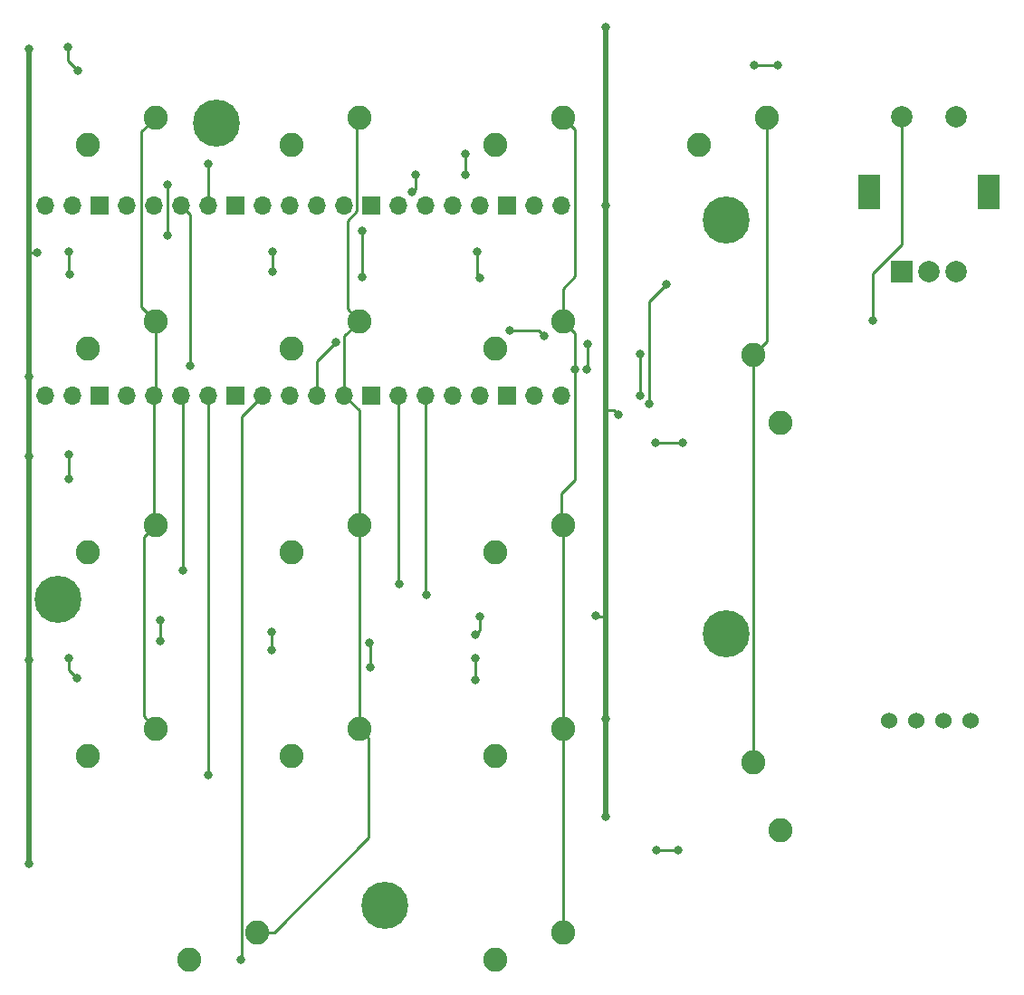
<source format=gtl>
G04 #@! TF.GenerationSoftware,KiCad,Pcbnew,(5.1.10)-1*
G04 #@! TF.CreationDate,2022-11-02T19:01:58+01:00*
G04 #@! TF.ProjectId,keyboard,6b657962-6f61-4726-942e-6b696361645f,rev?*
G04 #@! TF.SameCoordinates,Original*
G04 #@! TF.FileFunction,Copper,L1,Top*
G04 #@! TF.FilePolarity,Positive*
%FSLAX46Y46*%
G04 Gerber Fmt 4.6, Leading zero omitted, Abs format (unit mm)*
G04 Created by KiCad (PCBNEW (5.1.10)-1) date 2022-11-02 19:01:58*
%MOMM*%
%LPD*%
G01*
G04 APERTURE LIST*
G04 #@! TA.AperFunction,ComponentPad*
%ADD10C,4.400000*%
G04 #@! TD*
G04 #@! TA.AperFunction,ComponentPad*
%ADD11C,0.700000*%
G04 #@! TD*
G04 #@! TA.AperFunction,ComponentPad*
%ADD12C,1.524000*%
G04 #@! TD*
G04 #@! TA.AperFunction,ComponentPad*
%ADD13R,2.000000X2.000000*%
G04 #@! TD*
G04 #@! TA.AperFunction,ComponentPad*
%ADD14C,2.000000*%
G04 #@! TD*
G04 #@! TA.AperFunction,ComponentPad*
%ADD15R,2.000000X3.200000*%
G04 #@! TD*
G04 #@! TA.AperFunction,ComponentPad*
%ADD16O,1.700000X1.700000*%
G04 #@! TD*
G04 #@! TA.AperFunction,ComponentPad*
%ADD17R,1.700000X1.700000*%
G04 #@! TD*
G04 #@! TA.AperFunction,ComponentPad*
%ADD18C,2.250000*%
G04 #@! TD*
G04 #@! TA.AperFunction,ViaPad*
%ADD19C,0.800000*%
G04 #@! TD*
G04 #@! TA.AperFunction,Conductor*
%ADD20C,0.250000*%
G04 #@! TD*
G04 #@! TA.AperFunction,Conductor*
%ADD21C,0.500000*%
G04 #@! TD*
G04 APERTURE END LIST*
D10*
X69291200Y-110930000D03*
D11*
X70936000Y-110947200D03*
X70452726Y-112113926D03*
X69286000Y-112597200D03*
X68119274Y-112113926D03*
X67636000Y-110947200D03*
X68119274Y-109780474D03*
X69286000Y-109297200D03*
X70452726Y-109780474D03*
X85316926Y-65228874D03*
X84150200Y-64745600D03*
X82983474Y-65228874D03*
X82500200Y-66395600D03*
X82983474Y-67562326D03*
X84150200Y-68045600D03*
X85316926Y-67562326D03*
X85800200Y-66395600D03*
D10*
X84130000Y-66395600D03*
D11*
X101008926Y-138304674D03*
X99842200Y-137821400D03*
X98675474Y-138304674D03*
X98192200Y-139471400D03*
X98675474Y-140638126D03*
X99842200Y-141121400D03*
X101008926Y-140638126D03*
X101492200Y-139471400D03*
D10*
X99847400Y-139505000D03*
X131755000Y-114122200D03*
D11*
X133399800Y-114122200D03*
X132916526Y-115288926D03*
X131749800Y-115772200D03*
X130583074Y-115288926D03*
X130099800Y-114122200D03*
X130583074Y-112955474D03*
X131749800Y-112472200D03*
X132916526Y-112955474D03*
X132941926Y-74322074D03*
X131775200Y-73838800D03*
X130608474Y-74322074D03*
X130125200Y-75488800D03*
X130608474Y-76655526D03*
X131775200Y-77138800D03*
X132941926Y-76655526D03*
X133425200Y-75488800D03*
D10*
X131755000Y-75488800D03*
D12*
X146995000Y-122275000D03*
X149535000Y-122275000D03*
X152075000Y-122275000D03*
X154615000Y-122275000D03*
D13*
X148234400Y-80314800D03*
D14*
X150734400Y-80314800D03*
X153234400Y-80314800D03*
D15*
X145134400Y-72814800D03*
X156334400Y-72814800D03*
D14*
X148234400Y-65814800D03*
X153234400Y-65814800D03*
D16*
X68125000Y-74075000D03*
X101145000Y-74075000D03*
X96065000Y-91855000D03*
X116385000Y-74075000D03*
X78285000Y-91855000D03*
X78285000Y-74075000D03*
X90985000Y-91855000D03*
X90985000Y-74075000D03*
X93525000Y-74075000D03*
X113845000Y-74075000D03*
D17*
X98605000Y-74075000D03*
X73205000Y-91855000D03*
D16*
X103685000Y-74075000D03*
D17*
X73205000Y-74075000D03*
D16*
X80825000Y-91855000D03*
X88445000Y-91855000D03*
D17*
X98605000Y-91855000D03*
D16*
X101145000Y-91855000D03*
X106225000Y-74075000D03*
X80825000Y-74075000D03*
D17*
X111305000Y-74075000D03*
D16*
X108765000Y-74075000D03*
X88445000Y-74075000D03*
D17*
X85905000Y-74075000D03*
D16*
X75745000Y-74075000D03*
X70665000Y-91855000D03*
X75745000Y-91855000D03*
X96065000Y-74075000D03*
X83365000Y-91855000D03*
X93525000Y-91855000D03*
X83365000Y-74075000D03*
X68125000Y-91855000D03*
D17*
X85905000Y-91855000D03*
D16*
X70665000Y-74075000D03*
X113845000Y-91855000D03*
D17*
X111305000Y-91855000D03*
D16*
X108765000Y-91855000D03*
X103685000Y-91855000D03*
X106225000Y-91855000D03*
X116385000Y-91855000D03*
D18*
X78415000Y-65845000D03*
X72065000Y-68385000D03*
X97465000Y-65845000D03*
X91115000Y-68385000D03*
X116515000Y-65845000D03*
X110165000Y-68385000D03*
X135565000Y-65845000D03*
X129215000Y-68385000D03*
X78415000Y-84895000D03*
X72065000Y-87435000D03*
X97465000Y-84895000D03*
X91115000Y-87435000D03*
X116515000Y-84895000D03*
X110165000Y-87435000D03*
X78415000Y-103945000D03*
X72065000Y-106485000D03*
X97465000Y-103945000D03*
X91115000Y-106485000D03*
X116515000Y-103945000D03*
X110165000Y-106485000D03*
X78415000Y-122995000D03*
X72065000Y-125535000D03*
X97465000Y-122995000D03*
X91115000Y-125535000D03*
X116515000Y-122995000D03*
X110165000Y-125535000D03*
X87940000Y-142045000D03*
X81590000Y-144585000D03*
X116515000Y-142045000D03*
X110165000Y-144585000D03*
X134295000Y-88070000D03*
X136835000Y-94420000D03*
X134295000Y-126170000D03*
X136835000Y-132520000D03*
D19*
X117652800Y-89408000D03*
X123698000Y-91846400D03*
X123698000Y-87960200D03*
X83362600Y-70180000D03*
X81682800Y-89125000D03*
X80949800Y-108254800D03*
X83362600Y-127330000D03*
X86398799Y-144640999D03*
X66548000Y-90093800D03*
X66548000Y-59410600D03*
X66548000Y-135636000D03*
X66548000Y-116560600D03*
X66548000Y-97510600D03*
X67310000Y-78460600D03*
X134391400Y-60934600D03*
X136575800Y-60934600D03*
X120548400Y-74066400D03*
X120548400Y-57454800D03*
X120548400Y-131241800D03*
X121666000Y-93675200D03*
X119557800Y-112471200D03*
X108737400Y-112496600D03*
X108356400Y-114198400D03*
X120548400Y-122097800D03*
X70238620Y-59301380D03*
X71183500Y-61513720D03*
X79524860Y-72161400D03*
X79489300Y-76852780D03*
X97764600Y-76464990D03*
X97772220Y-80761099D03*
X70317360Y-78379320D03*
X70350380Y-80540860D03*
X89319100Y-80279240D03*
X89319100Y-78447900D03*
X125206760Y-96260920D03*
X127723900Y-96260920D03*
X70266560Y-97414080D03*
X70266560Y-99651820D03*
X78841600Y-114858800D03*
X78818740Y-112836960D03*
X70289420Y-116453920D03*
X71076820Y-118315010D03*
X98501200Y-117292500D03*
X98445320Y-114985800D03*
X89260680Y-115669060D03*
X89247980Y-113967260D03*
X108346240Y-116461540D03*
X108320840Y-118460520D03*
X127309880Y-134350760D03*
X125270260Y-134350760D03*
X108511340Y-78425040D03*
X108714540Y-80873600D03*
X118775480Y-87048340D03*
X118760240Y-89448640D03*
X107391200Y-71221600D03*
X107391200Y-69291200D03*
X102692200Y-71221600D03*
X102412800Y-72821800D03*
X124587000Y-92659200D03*
X126187200Y-81432400D03*
X95275400Y-86868000D03*
X111556800Y-85775800D03*
X114757200Y-86309200D03*
X145516600Y-84886800D03*
X101193600Y-109474000D03*
X103733600Y-110515400D03*
D20*
X77109999Y-83589999D02*
X78415000Y-84895000D01*
X77109999Y-67150001D02*
X77109999Y-83589999D01*
X78415000Y-65845000D02*
X77109999Y-67150001D01*
X77290001Y-121870001D02*
X78415000Y-122995000D01*
X77290001Y-105069999D02*
X77290001Y-121870001D01*
X78415000Y-103945000D02*
X77290001Y-105069999D01*
X78415000Y-91725000D02*
X78285000Y-91855000D01*
X78415000Y-84895000D02*
X78415000Y-91725000D01*
X78285000Y-103815000D02*
X78415000Y-103945000D01*
X78285000Y-91855000D02*
X78285000Y-103815000D01*
X98355151Y-123885151D02*
X97465000Y-122995000D01*
X98355151Y-133220839D02*
X98355151Y-123885151D01*
X89530990Y-142045000D02*
X98355151Y-133220839D01*
X87940000Y-142045000D02*
X89530990Y-142045000D01*
X97465000Y-122995000D02*
X97465000Y-103945000D01*
X97465000Y-93255000D02*
X96065000Y-91855000D01*
X97465000Y-103945000D02*
X97465000Y-93255000D01*
X96065000Y-86295000D02*
X97465000Y-84895000D01*
X96065000Y-91855000D02*
X96065000Y-86295000D01*
X97240001Y-66069999D02*
X97465000Y-65845000D01*
X97240001Y-74639001D02*
X97240001Y-66069999D01*
X96340001Y-75539001D02*
X97240001Y-74639001D01*
X96340001Y-83770001D02*
X96340001Y-75539001D01*
X97465000Y-84895000D02*
X96340001Y-83770001D01*
X116515000Y-81848998D02*
X116515000Y-84895000D01*
X117639999Y-80723999D02*
X116515000Y-81848998D01*
X117639999Y-66969999D02*
X117639999Y-80723999D01*
X116515000Y-65845000D02*
X117639999Y-66969999D01*
X117639999Y-99773999D02*
X116382800Y-101031198D01*
X116515000Y-84895000D02*
X117639999Y-86019999D01*
X116382800Y-103812800D02*
X116515000Y-103945000D01*
X116382800Y-101031198D02*
X116382800Y-103812800D01*
X116515000Y-103945000D02*
X116515000Y-122995000D01*
X116515000Y-122995000D02*
X116515000Y-142045000D01*
X117639999Y-89420801D02*
X117652800Y-89408000D01*
X117639999Y-86019999D02*
X117639999Y-89649199D01*
X117639999Y-89649199D02*
X117639999Y-89420801D01*
X117639999Y-89649199D02*
X117639999Y-99773999D01*
X135565000Y-86800000D02*
X134295000Y-88070000D01*
X135565000Y-65845000D02*
X135565000Y-86800000D01*
X134295000Y-88070000D02*
X134295000Y-126170000D01*
X123698000Y-91846400D02*
X123698000Y-87960200D01*
X83365000Y-70182400D02*
X83362600Y-70180000D01*
X83365000Y-74075000D02*
X83365000Y-70182400D01*
X81674999Y-89117199D02*
X81682800Y-89125000D01*
X81674999Y-74924999D02*
X81674999Y-89117199D01*
X80825000Y-74075000D02*
X81674999Y-74924999D01*
X80949800Y-91979800D02*
X80825000Y-91855000D01*
X80949800Y-108254800D02*
X80949800Y-91979800D01*
X83365000Y-127327600D02*
X83362600Y-127330000D01*
X83365000Y-91855000D02*
X83365000Y-127327600D01*
X86489999Y-144549799D02*
X86398799Y-144640999D01*
X86489999Y-93810001D02*
X86489999Y-144549799D01*
X88445000Y-91855000D02*
X86489999Y-93810001D01*
D21*
X66548000Y-90093800D02*
X66548000Y-78486000D01*
X66548000Y-78486000D02*
X66548000Y-59410600D01*
X66548000Y-116560600D02*
X66548000Y-135636000D01*
X66548000Y-97510600D02*
X66548000Y-116560600D01*
X66548000Y-90093800D02*
X66548000Y-97510600D01*
D20*
X66573400Y-78460600D02*
X66548000Y-78486000D01*
X67310000Y-78460600D02*
X66573400Y-78460600D01*
X134391400Y-60934600D02*
X136575800Y-60934600D01*
D21*
X120548400Y-74066400D02*
X120548400Y-57454800D01*
D20*
X121234200Y-93243400D02*
X121666000Y-93675200D01*
X120548400Y-93243400D02*
X121234200Y-93243400D01*
D21*
X120548400Y-74066400D02*
X120548400Y-93243400D01*
D20*
X119583200Y-112496600D02*
X119557800Y-112471200D01*
X120548400Y-112496600D02*
X119583200Y-112496600D01*
D21*
X120548400Y-93243400D02*
X120548400Y-112496600D01*
D20*
X108737400Y-113817400D02*
X108356400Y-114198400D01*
X108737400Y-112496600D02*
X108737400Y-113817400D01*
D21*
X120548400Y-112496600D02*
X120548400Y-122097800D01*
X120548400Y-122097800D02*
X120548400Y-131241800D01*
D20*
X70238620Y-60568840D02*
X71183500Y-61513720D01*
X70238620Y-59301380D02*
X70238620Y-60568840D01*
X79524860Y-76817220D02*
X79489300Y-76852780D01*
X79524860Y-72161400D02*
X79524860Y-76817220D01*
X97764600Y-80753479D02*
X97772220Y-80761099D01*
X97764600Y-76464990D02*
X97764600Y-80753479D01*
X70317360Y-80507840D02*
X70350380Y-80540860D01*
X70317360Y-78379320D02*
X70317360Y-80507840D01*
X89319100Y-80279240D02*
X89319100Y-78447900D01*
X125206760Y-96260920D02*
X127723900Y-96260920D01*
X70266560Y-97414080D02*
X70266560Y-99651820D01*
X78841600Y-112859820D02*
X78818740Y-112836960D01*
X78841600Y-114858800D02*
X78841600Y-112859820D01*
X70289420Y-117527610D02*
X71076820Y-118315010D01*
X70289420Y-116453920D02*
X70289420Y-117527610D01*
X98501200Y-115041680D02*
X98445320Y-114985800D01*
X98501200Y-117292500D02*
X98501200Y-115041680D01*
X89260680Y-113979960D02*
X89247980Y-113967260D01*
X89260680Y-115669060D02*
X89260680Y-113979960D01*
X108346240Y-118435120D02*
X108320840Y-118460520D01*
X108346240Y-116461540D02*
X108346240Y-118435120D01*
X127309880Y-134350760D02*
X125270260Y-134350760D01*
X108511340Y-80670400D02*
X108714540Y-80873600D01*
X108511340Y-78425040D02*
X108511340Y-80670400D01*
X118775480Y-89433400D02*
X118760240Y-89448640D01*
X118775480Y-87048340D02*
X118775480Y-89433400D01*
X107391200Y-71221600D02*
X107391200Y-69291200D01*
X102692200Y-72542400D02*
X102412800Y-72821800D01*
X102692200Y-71221600D02*
X102692200Y-72542400D01*
X124587000Y-83032600D02*
X126187200Y-81432400D01*
X124587000Y-92659200D02*
X124587000Y-83032600D01*
X93525000Y-88618400D02*
X95275400Y-86868000D01*
X93525000Y-91855000D02*
X93525000Y-88618400D01*
X114223800Y-85775800D02*
X114757200Y-86309200D01*
X111556800Y-85775800D02*
X114223800Y-85775800D01*
X145516600Y-80447598D02*
X145516600Y-84886800D01*
X148234400Y-77729798D02*
X145516600Y-80447598D01*
X148234400Y-65814800D02*
X148234400Y-77729798D01*
X101145000Y-109425400D02*
X101193600Y-109474000D01*
X101145000Y-91855000D02*
X101145000Y-109425400D01*
X103685000Y-110466800D02*
X103733600Y-110515400D01*
X103685000Y-91855000D02*
X103685000Y-110466800D01*
M02*

</source>
